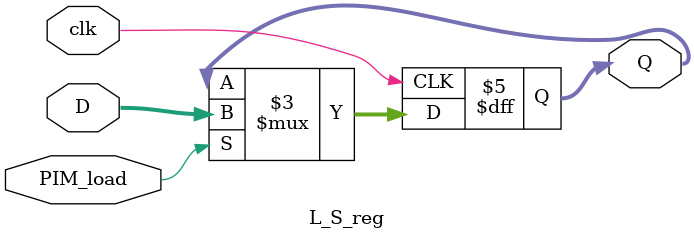
<source format=sv>
`timescale 1ns / 1ps


module L_S_reg #(parameter N = 10)
(   input       [N-1:0]   D,
    input                 clk,
    input                 PIM_load,
    output reg  [N-1:0]   Q);  
     
 
 always @(posedge clk)
 begin      
          if (PIM_load) 
              begin       
                 Q <=  D; 
              end
          else 
              begin
                 Q <= Q;
              end   
        end      
 endmodule 

</source>
